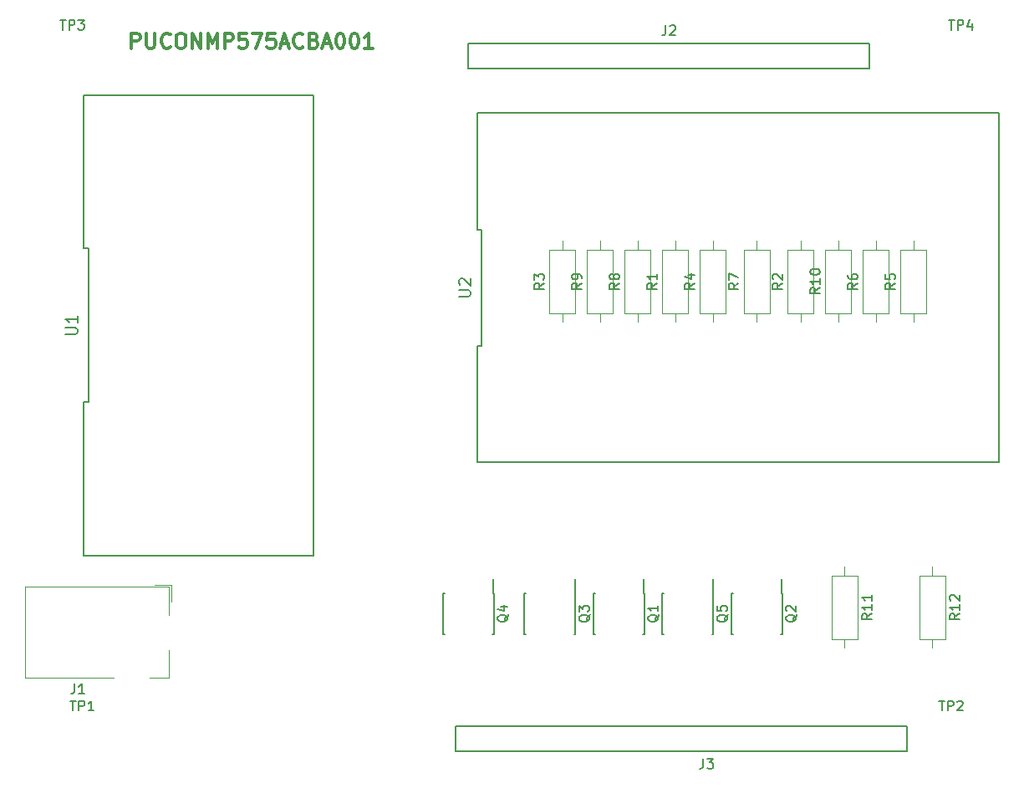
<source format=gto>
G04 #@! TF.FileFunction,Legend,Top*
%FSLAX46Y46*%
G04 Gerber Fmt 4.6, Leading zero omitted, Abs format (unit mm)*
G04 Created by KiCad (PCBNEW 4.0.7) date 04/07/18 01:33:42*
%MOMM*%
%LPD*%
G01*
G04 APERTURE LIST*
%ADD10C,0.100000*%
%ADD11C,0.300000*%
%ADD12C,0.150000*%
%ADD13C,0.120000*%
G04 APERTURE END LIST*
D10*
D11*
X50971430Y-33503571D02*
X50971430Y-32003571D01*
X51542858Y-32003571D01*
X51685716Y-32075000D01*
X51757144Y-32146429D01*
X51828573Y-32289286D01*
X51828573Y-32503571D01*
X51757144Y-32646429D01*
X51685716Y-32717857D01*
X51542858Y-32789286D01*
X50971430Y-32789286D01*
X52471430Y-32003571D02*
X52471430Y-33217857D01*
X52542858Y-33360714D01*
X52614287Y-33432143D01*
X52757144Y-33503571D01*
X53042858Y-33503571D01*
X53185716Y-33432143D01*
X53257144Y-33360714D01*
X53328573Y-33217857D01*
X53328573Y-32003571D01*
X54900002Y-33360714D02*
X54828573Y-33432143D01*
X54614287Y-33503571D01*
X54471430Y-33503571D01*
X54257145Y-33432143D01*
X54114287Y-33289286D01*
X54042859Y-33146429D01*
X53971430Y-32860714D01*
X53971430Y-32646429D01*
X54042859Y-32360714D01*
X54114287Y-32217857D01*
X54257145Y-32075000D01*
X54471430Y-32003571D01*
X54614287Y-32003571D01*
X54828573Y-32075000D01*
X54900002Y-32146429D01*
X55828573Y-32003571D02*
X56114287Y-32003571D01*
X56257145Y-32075000D01*
X56400002Y-32217857D01*
X56471430Y-32503571D01*
X56471430Y-33003571D01*
X56400002Y-33289286D01*
X56257145Y-33432143D01*
X56114287Y-33503571D01*
X55828573Y-33503571D01*
X55685716Y-33432143D01*
X55542859Y-33289286D01*
X55471430Y-33003571D01*
X55471430Y-32503571D01*
X55542859Y-32217857D01*
X55685716Y-32075000D01*
X55828573Y-32003571D01*
X57114288Y-33503571D02*
X57114288Y-32003571D01*
X57971431Y-33503571D01*
X57971431Y-32003571D01*
X58685717Y-33503571D02*
X58685717Y-32003571D01*
X59185717Y-33075000D01*
X59685717Y-32003571D01*
X59685717Y-33503571D01*
X60400003Y-33503571D02*
X60400003Y-32003571D01*
X60971431Y-32003571D01*
X61114289Y-32075000D01*
X61185717Y-32146429D01*
X61257146Y-32289286D01*
X61257146Y-32503571D01*
X61185717Y-32646429D01*
X61114289Y-32717857D01*
X60971431Y-32789286D01*
X60400003Y-32789286D01*
X62614289Y-32003571D02*
X61900003Y-32003571D01*
X61828574Y-32717857D01*
X61900003Y-32646429D01*
X62042860Y-32575000D01*
X62400003Y-32575000D01*
X62542860Y-32646429D01*
X62614289Y-32717857D01*
X62685717Y-32860714D01*
X62685717Y-33217857D01*
X62614289Y-33360714D01*
X62542860Y-33432143D01*
X62400003Y-33503571D01*
X62042860Y-33503571D01*
X61900003Y-33432143D01*
X61828574Y-33360714D01*
X63185717Y-32003571D02*
X64185717Y-32003571D01*
X63542860Y-33503571D01*
X65471431Y-32003571D02*
X64757145Y-32003571D01*
X64685716Y-32717857D01*
X64757145Y-32646429D01*
X64900002Y-32575000D01*
X65257145Y-32575000D01*
X65400002Y-32646429D01*
X65471431Y-32717857D01*
X65542859Y-32860714D01*
X65542859Y-33217857D01*
X65471431Y-33360714D01*
X65400002Y-33432143D01*
X65257145Y-33503571D01*
X64900002Y-33503571D01*
X64757145Y-33432143D01*
X64685716Y-33360714D01*
X66114287Y-33075000D02*
X66828573Y-33075000D01*
X65971430Y-33503571D02*
X66471430Y-32003571D01*
X66971430Y-33503571D01*
X68328573Y-33360714D02*
X68257144Y-33432143D01*
X68042858Y-33503571D01*
X67900001Y-33503571D01*
X67685716Y-33432143D01*
X67542858Y-33289286D01*
X67471430Y-33146429D01*
X67400001Y-32860714D01*
X67400001Y-32646429D01*
X67471430Y-32360714D01*
X67542858Y-32217857D01*
X67685716Y-32075000D01*
X67900001Y-32003571D01*
X68042858Y-32003571D01*
X68257144Y-32075000D01*
X68328573Y-32146429D01*
X69471430Y-32717857D02*
X69685716Y-32789286D01*
X69757144Y-32860714D01*
X69828573Y-33003571D01*
X69828573Y-33217857D01*
X69757144Y-33360714D01*
X69685716Y-33432143D01*
X69542858Y-33503571D01*
X68971430Y-33503571D01*
X68971430Y-32003571D01*
X69471430Y-32003571D01*
X69614287Y-32075000D01*
X69685716Y-32146429D01*
X69757144Y-32289286D01*
X69757144Y-32432143D01*
X69685716Y-32575000D01*
X69614287Y-32646429D01*
X69471430Y-32717857D01*
X68971430Y-32717857D01*
X70400001Y-33075000D02*
X71114287Y-33075000D01*
X70257144Y-33503571D02*
X70757144Y-32003571D01*
X71257144Y-33503571D01*
X72042858Y-32003571D02*
X72185715Y-32003571D01*
X72328572Y-32075000D01*
X72400001Y-32146429D01*
X72471430Y-32289286D01*
X72542858Y-32575000D01*
X72542858Y-32932143D01*
X72471430Y-33217857D01*
X72400001Y-33360714D01*
X72328572Y-33432143D01*
X72185715Y-33503571D01*
X72042858Y-33503571D01*
X71900001Y-33432143D01*
X71828572Y-33360714D01*
X71757144Y-33217857D01*
X71685715Y-32932143D01*
X71685715Y-32575000D01*
X71757144Y-32289286D01*
X71828572Y-32146429D01*
X71900001Y-32075000D01*
X72042858Y-32003571D01*
X73471429Y-32003571D02*
X73614286Y-32003571D01*
X73757143Y-32075000D01*
X73828572Y-32146429D01*
X73900001Y-32289286D01*
X73971429Y-32575000D01*
X73971429Y-32932143D01*
X73900001Y-33217857D01*
X73828572Y-33360714D01*
X73757143Y-33432143D01*
X73614286Y-33503571D01*
X73471429Y-33503571D01*
X73328572Y-33432143D01*
X73257143Y-33360714D01*
X73185715Y-33217857D01*
X73114286Y-32932143D01*
X73114286Y-32575000D01*
X73185715Y-32289286D01*
X73257143Y-32146429D01*
X73328572Y-32075000D01*
X73471429Y-32003571D01*
X75400000Y-33503571D02*
X74542857Y-33503571D01*
X74971429Y-33503571D02*
X74971429Y-32003571D01*
X74828572Y-32217857D01*
X74685714Y-32360714D01*
X74542857Y-32432143D01*
D12*
X46145000Y-84915000D02*
X69424999Y-84915000D01*
X69424999Y-84915000D02*
X69425000Y-38275000D01*
X69425000Y-38275000D02*
X46145001Y-38275000D01*
X46145001Y-38275000D02*
X46145000Y-53821667D01*
X46145000Y-53821667D02*
X46595000Y-53821667D01*
X46595000Y-53821667D02*
X46595000Y-69368333D01*
X46595000Y-69368333D02*
X46145000Y-69368333D01*
X46145000Y-69368333D02*
X46145000Y-84915000D01*
D13*
X49175000Y-97310000D02*
X40175000Y-97310000D01*
X40175000Y-97310000D02*
X40175000Y-88110000D01*
X40175000Y-88110000D02*
X54775000Y-88110000D01*
X54775000Y-88110000D02*
X54775000Y-90910000D01*
X54775000Y-94510000D02*
X54775000Y-97310000D01*
X54775000Y-97310000D02*
X52775000Y-97310000D01*
X53275000Y-87870000D02*
X55015000Y-87870000D01*
X55015000Y-87870000D02*
X55015000Y-89610000D01*
D12*
X85090000Y-33020000D02*
X85090000Y-35560000D01*
X85090000Y-35560000D02*
X125730000Y-35560000D01*
X125730000Y-35560000D02*
X125730000Y-33020000D01*
X125730000Y-33020000D02*
X85090000Y-33020000D01*
X88900000Y-104775000D02*
X83820000Y-104775000D01*
X83820000Y-104775000D02*
X83820000Y-102235000D01*
X83820000Y-102235000D02*
X88900000Y-102235000D01*
X129540000Y-104775000D02*
X129540000Y-102235000D01*
X129540000Y-102235000D02*
X88900000Y-102235000D01*
X88900000Y-104775000D02*
X129540000Y-104775000D01*
X102905000Y-88730000D02*
X102855000Y-88730000D01*
X102905000Y-92880000D02*
X102760000Y-92880000D01*
X97755000Y-92880000D02*
X97900000Y-92880000D01*
X97755000Y-88730000D02*
X97900000Y-88730000D01*
X102905000Y-88730000D02*
X102905000Y-92880000D01*
X97755000Y-88730000D02*
X97755000Y-92880000D01*
X102855000Y-88730000D02*
X102855000Y-87330000D01*
X116875000Y-88730000D02*
X116825000Y-88730000D01*
X116875000Y-92880000D02*
X116730000Y-92880000D01*
X111725000Y-92880000D02*
X111870000Y-92880000D01*
X111725000Y-88730000D02*
X111870000Y-88730000D01*
X116875000Y-88730000D02*
X116875000Y-92880000D01*
X111725000Y-88730000D02*
X111725000Y-92880000D01*
X116825000Y-88730000D02*
X116825000Y-87330000D01*
X95920000Y-88730000D02*
X95870000Y-88730000D01*
X95920000Y-92880000D02*
X95775000Y-92880000D01*
X90770000Y-92880000D02*
X90915000Y-92880000D01*
X90770000Y-88730000D02*
X90915000Y-88730000D01*
X95920000Y-88730000D02*
X95920000Y-92880000D01*
X90770000Y-88730000D02*
X90770000Y-92880000D01*
X95870000Y-88730000D02*
X95870000Y-87330000D01*
X87665000Y-88730000D02*
X87615000Y-88730000D01*
X87665000Y-92880000D02*
X87520000Y-92880000D01*
X82515000Y-92880000D02*
X82660000Y-92880000D01*
X82515000Y-88730000D02*
X82660000Y-88730000D01*
X87665000Y-88730000D02*
X87665000Y-92880000D01*
X82515000Y-88730000D02*
X82515000Y-92880000D01*
X87615000Y-88730000D02*
X87615000Y-87330000D01*
X109890000Y-88730000D02*
X109840000Y-88730000D01*
X109890000Y-92880000D02*
X109745000Y-92880000D01*
X104740000Y-92880000D02*
X104885000Y-92880000D01*
X104740000Y-88730000D02*
X104885000Y-88730000D01*
X109890000Y-88730000D02*
X109890000Y-92880000D01*
X104740000Y-88730000D02*
X104740000Y-92880000D01*
X109840000Y-88730000D02*
X109840000Y-87330000D01*
D13*
X104735000Y-60360000D02*
X107355000Y-60360000D01*
X107355000Y-60360000D02*
X107355000Y-53940000D01*
X107355000Y-53940000D02*
X104735000Y-53940000D01*
X104735000Y-53940000D02*
X104735000Y-60360000D01*
X106045000Y-61250000D02*
X106045000Y-60360000D01*
X106045000Y-53050000D02*
X106045000Y-53940000D01*
X117435000Y-60360000D02*
X120055000Y-60360000D01*
X120055000Y-60360000D02*
X120055000Y-53940000D01*
X120055000Y-53940000D02*
X117435000Y-53940000D01*
X117435000Y-53940000D02*
X117435000Y-60360000D01*
X118745000Y-61250000D02*
X118745000Y-60360000D01*
X118745000Y-53050000D02*
X118745000Y-53940000D01*
X93305000Y-60360000D02*
X95925000Y-60360000D01*
X95925000Y-60360000D02*
X95925000Y-53940000D01*
X95925000Y-53940000D02*
X93305000Y-53940000D01*
X93305000Y-53940000D02*
X93305000Y-60360000D01*
X94615000Y-61250000D02*
X94615000Y-60360000D01*
X94615000Y-53050000D02*
X94615000Y-53940000D01*
X108545000Y-60360000D02*
X111165000Y-60360000D01*
X111165000Y-60360000D02*
X111165000Y-53940000D01*
X111165000Y-53940000D02*
X108545000Y-53940000D01*
X108545000Y-53940000D02*
X108545000Y-60360000D01*
X109855000Y-61250000D02*
X109855000Y-60360000D01*
X109855000Y-53050000D02*
X109855000Y-53940000D01*
X128865000Y-60360000D02*
X131485000Y-60360000D01*
X131485000Y-60360000D02*
X131485000Y-53940000D01*
X131485000Y-53940000D02*
X128865000Y-53940000D01*
X128865000Y-53940000D02*
X128865000Y-60360000D01*
X130175000Y-61250000D02*
X130175000Y-60360000D01*
X130175000Y-53050000D02*
X130175000Y-53940000D01*
X125055000Y-60360000D02*
X127675000Y-60360000D01*
X127675000Y-60360000D02*
X127675000Y-53940000D01*
X127675000Y-53940000D02*
X125055000Y-53940000D01*
X125055000Y-53940000D02*
X125055000Y-60360000D01*
X126365000Y-61250000D02*
X126365000Y-60360000D01*
X126365000Y-53050000D02*
X126365000Y-53940000D01*
X112990000Y-60360000D02*
X115610000Y-60360000D01*
X115610000Y-60360000D02*
X115610000Y-53940000D01*
X115610000Y-53940000D02*
X112990000Y-53940000D01*
X112990000Y-53940000D02*
X112990000Y-60360000D01*
X114300000Y-61250000D02*
X114300000Y-60360000D01*
X114300000Y-53050000D02*
X114300000Y-53940000D01*
X100925000Y-60360000D02*
X103545000Y-60360000D01*
X103545000Y-60360000D02*
X103545000Y-53940000D01*
X103545000Y-53940000D02*
X100925000Y-53940000D01*
X100925000Y-53940000D02*
X100925000Y-60360000D01*
X102235000Y-61250000D02*
X102235000Y-60360000D01*
X102235000Y-53050000D02*
X102235000Y-53940000D01*
X97115000Y-60360000D02*
X99735000Y-60360000D01*
X99735000Y-60360000D02*
X99735000Y-53940000D01*
X99735000Y-53940000D02*
X97115000Y-53940000D01*
X97115000Y-53940000D02*
X97115000Y-60360000D01*
X98425000Y-61250000D02*
X98425000Y-60360000D01*
X98425000Y-53050000D02*
X98425000Y-53940000D01*
X121245000Y-60360000D02*
X123865000Y-60360000D01*
X123865000Y-60360000D02*
X123865000Y-53940000D01*
X123865000Y-53940000D02*
X121245000Y-53940000D01*
X121245000Y-53940000D02*
X121245000Y-60360000D01*
X122555000Y-61250000D02*
X122555000Y-60360000D01*
X122555000Y-53050000D02*
X122555000Y-53940000D01*
X124500000Y-86960000D02*
X121880000Y-86960000D01*
X121880000Y-86960000D02*
X121880000Y-93380000D01*
X121880000Y-93380000D02*
X124500000Y-93380000D01*
X124500000Y-93380000D02*
X124500000Y-86960000D01*
X123190000Y-86070000D02*
X123190000Y-86960000D01*
X123190000Y-94270000D02*
X123190000Y-93380000D01*
X133390000Y-86960000D02*
X130770000Y-86960000D01*
X130770000Y-86960000D02*
X130770000Y-93380000D01*
X130770000Y-93380000D02*
X133390000Y-93380000D01*
X133390000Y-93380000D02*
X133390000Y-86960000D01*
X132080000Y-86070000D02*
X132080000Y-86960000D01*
X132080000Y-94270000D02*
X132080000Y-93380000D01*
D12*
X85980000Y-75485000D02*
X138810000Y-75485000D01*
X138810000Y-75485000D02*
X138810000Y-40085000D01*
X138810000Y-40085000D02*
X85980000Y-40085000D01*
X85980000Y-40085000D02*
X85980000Y-51885000D01*
X85980000Y-51885000D02*
X86430000Y-51885000D01*
X86430000Y-51885000D02*
X86430000Y-63684999D01*
X86430000Y-63684999D02*
X85980000Y-63684999D01*
X85980000Y-63684999D02*
X85980000Y-75485000D01*
X44287857Y-62509286D02*
X45259286Y-62509286D01*
X45373571Y-62452143D01*
X45430714Y-62395000D01*
X45487857Y-62280714D01*
X45487857Y-62052143D01*
X45430714Y-61937857D01*
X45373571Y-61880714D01*
X45259286Y-61823571D01*
X44287857Y-61823571D01*
X45487857Y-60623571D02*
X45487857Y-61309286D01*
X45487857Y-60966428D02*
X44287857Y-60966428D01*
X44459286Y-61080714D01*
X44573571Y-61195000D01*
X44630714Y-61309286D01*
X45191667Y-97912381D02*
X45191667Y-98626667D01*
X45144047Y-98769524D01*
X45048809Y-98864762D01*
X44905952Y-98912381D01*
X44810714Y-98912381D01*
X46191667Y-98912381D02*
X45620238Y-98912381D01*
X45905952Y-98912381D02*
X45905952Y-97912381D01*
X45810714Y-98055238D01*
X45715476Y-98150476D01*
X45620238Y-98198095D01*
X105076667Y-31202381D02*
X105076667Y-31916667D01*
X105029047Y-32059524D01*
X104933809Y-32154762D01*
X104790952Y-32202381D01*
X104695714Y-32202381D01*
X105505238Y-31297619D02*
X105552857Y-31250000D01*
X105648095Y-31202381D01*
X105886191Y-31202381D01*
X105981429Y-31250000D01*
X106029048Y-31297619D01*
X106076667Y-31392857D01*
X106076667Y-31488095D01*
X106029048Y-31630952D01*
X105457619Y-32202381D01*
X106076667Y-32202381D01*
X108886667Y-105497381D02*
X108886667Y-106211667D01*
X108839047Y-106354524D01*
X108743809Y-106449762D01*
X108600952Y-106497381D01*
X108505714Y-106497381D01*
X109267619Y-105497381D02*
X109886667Y-105497381D01*
X109553333Y-105878333D01*
X109696191Y-105878333D01*
X109791429Y-105925952D01*
X109839048Y-105973571D01*
X109886667Y-106068810D01*
X109886667Y-106306905D01*
X109839048Y-106402143D01*
X109791429Y-106449762D01*
X109696191Y-106497381D01*
X109410476Y-106497381D01*
X109315238Y-106449762D01*
X109267619Y-106402143D01*
X104377619Y-90900238D02*
X104330000Y-90995476D01*
X104234762Y-91090714D01*
X104091905Y-91233571D01*
X104044286Y-91328810D01*
X104044286Y-91424048D01*
X104282381Y-91376429D02*
X104234762Y-91471667D01*
X104139524Y-91566905D01*
X103949048Y-91614524D01*
X103615714Y-91614524D01*
X103425238Y-91566905D01*
X103330000Y-91471667D01*
X103282381Y-91376429D01*
X103282381Y-91185952D01*
X103330000Y-91090714D01*
X103425238Y-90995476D01*
X103615714Y-90947857D01*
X103949048Y-90947857D01*
X104139524Y-90995476D01*
X104234762Y-91090714D01*
X104282381Y-91185952D01*
X104282381Y-91376429D01*
X104282381Y-89995476D02*
X104282381Y-90566905D01*
X104282381Y-90281191D02*
X103282381Y-90281191D01*
X103425238Y-90376429D01*
X103520476Y-90471667D01*
X103568095Y-90566905D01*
X118347619Y-90900238D02*
X118300000Y-90995476D01*
X118204762Y-91090714D01*
X118061905Y-91233571D01*
X118014286Y-91328810D01*
X118014286Y-91424048D01*
X118252381Y-91376429D02*
X118204762Y-91471667D01*
X118109524Y-91566905D01*
X117919048Y-91614524D01*
X117585714Y-91614524D01*
X117395238Y-91566905D01*
X117300000Y-91471667D01*
X117252381Y-91376429D01*
X117252381Y-91185952D01*
X117300000Y-91090714D01*
X117395238Y-90995476D01*
X117585714Y-90947857D01*
X117919048Y-90947857D01*
X118109524Y-90995476D01*
X118204762Y-91090714D01*
X118252381Y-91185952D01*
X118252381Y-91376429D01*
X117347619Y-90566905D02*
X117300000Y-90519286D01*
X117252381Y-90424048D01*
X117252381Y-90185952D01*
X117300000Y-90090714D01*
X117347619Y-90043095D01*
X117442857Y-89995476D01*
X117538095Y-89995476D01*
X117680952Y-90043095D01*
X118252381Y-90614524D01*
X118252381Y-89995476D01*
X97392619Y-90900238D02*
X97345000Y-90995476D01*
X97249762Y-91090714D01*
X97106905Y-91233571D01*
X97059286Y-91328810D01*
X97059286Y-91424048D01*
X97297381Y-91376429D02*
X97249762Y-91471667D01*
X97154524Y-91566905D01*
X96964048Y-91614524D01*
X96630714Y-91614524D01*
X96440238Y-91566905D01*
X96345000Y-91471667D01*
X96297381Y-91376429D01*
X96297381Y-91185952D01*
X96345000Y-91090714D01*
X96440238Y-90995476D01*
X96630714Y-90947857D01*
X96964048Y-90947857D01*
X97154524Y-90995476D01*
X97249762Y-91090714D01*
X97297381Y-91185952D01*
X97297381Y-91376429D01*
X96297381Y-90614524D02*
X96297381Y-89995476D01*
X96678333Y-90328810D01*
X96678333Y-90185952D01*
X96725952Y-90090714D01*
X96773571Y-90043095D01*
X96868810Y-89995476D01*
X97106905Y-89995476D01*
X97202143Y-90043095D01*
X97249762Y-90090714D01*
X97297381Y-90185952D01*
X97297381Y-90471667D01*
X97249762Y-90566905D01*
X97202143Y-90614524D01*
X89137619Y-90900238D02*
X89090000Y-90995476D01*
X88994762Y-91090714D01*
X88851905Y-91233571D01*
X88804286Y-91328810D01*
X88804286Y-91424048D01*
X89042381Y-91376429D02*
X88994762Y-91471667D01*
X88899524Y-91566905D01*
X88709048Y-91614524D01*
X88375714Y-91614524D01*
X88185238Y-91566905D01*
X88090000Y-91471667D01*
X88042381Y-91376429D01*
X88042381Y-91185952D01*
X88090000Y-91090714D01*
X88185238Y-90995476D01*
X88375714Y-90947857D01*
X88709048Y-90947857D01*
X88899524Y-90995476D01*
X88994762Y-91090714D01*
X89042381Y-91185952D01*
X89042381Y-91376429D01*
X88375714Y-90090714D02*
X89042381Y-90090714D01*
X87994762Y-90328810D02*
X88709048Y-90566905D01*
X88709048Y-89947857D01*
X111362619Y-90900238D02*
X111315000Y-90995476D01*
X111219762Y-91090714D01*
X111076905Y-91233571D01*
X111029286Y-91328810D01*
X111029286Y-91424048D01*
X111267381Y-91376429D02*
X111219762Y-91471667D01*
X111124524Y-91566905D01*
X110934048Y-91614524D01*
X110600714Y-91614524D01*
X110410238Y-91566905D01*
X110315000Y-91471667D01*
X110267381Y-91376429D01*
X110267381Y-91185952D01*
X110315000Y-91090714D01*
X110410238Y-90995476D01*
X110600714Y-90947857D01*
X110934048Y-90947857D01*
X111124524Y-90995476D01*
X111219762Y-91090714D01*
X111267381Y-91185952D01*
X111267381Y-91376429D01*
X110267381Y-90043095D02*
X110267381Y-90519286D01*
X110743571Y-90566905D01*
X110695952Y-90519286D01*
X110648333Y-90424048D01*
X110648333Y-90185952D01*
X110695952Y-90090714D01*
X110743571Y-90043095D01*
X110838810Y-89995476D01*
X111076905Y-89995476D01*
X111172143Y-90043095D01*
X111219762Y-90090714D01*
X111267381Y-90185952D01*
X111267381Y-90424048D01*
X111219762Y-90519286D01*
X111172143Y-90566905D01*
X104187381Y-57316666D02*
X103711190Y-57650000D01*
X104187381Y-57888095D02*
X103187381Y-57888095D01*
X103187381Y-57507142D01*
X103235000Y-57411904D01*
X103282619Y-57364285D01*
X103377857Y-57316666D01*
X103520714Y-57316666D01*
X103615952Y-57364285D01*
X103663571Y-57411904D01*
X103711190Y-57507142D01*
X103711190Y-57888095D01*
X104187381Y-56364285D02*
X104187381Y-56935714D01*
X104187381Y-56650000D02*
X103187381Y-56650000D01*
X103330238Y-56745238D01*
X103425476Y-56840476D01*
X103473095Y-56935714D01*
X116887381Y-57316666D02*
X116411190Y-57650000D01*
X116887381Y-57888095D02*
X115887381Y-57888095D01*
X115887381Y-57507142D01*
X115935000Y-57411904D01*
X115982619Y-57364285D01*
X116077857Y-57316666D01*
X116220714Y-57316666D01*
X116315952Y-57364285D01*
X116363571Y-57411904D01*
X116411190Y-57507142D01*
X116411190Y-57888095D01*
X115982619Y-56935714D02*
X115935000Y-56888095D01*
X115887381Y-56792857D01*
X115887381Y-56554761D01*
X115935000Y-56459523D01*
X115982619Y-56411904D01*
X116077857Y-56364285D01*
X116173095Y-56364285D01*
X116315952Y-56411904D01*
X116887381Y-56983333D01*
X116887381Y-56364285D01*
X92757381Y-57316666D02*
X92281190Y-57650000D01*
X92757381Y-57888095D02*
X91757381Y-57888095D01*
X91757381Y-57507142D01*
X91805000Y-57411904D01*
X91852619Y-57364285D01*
X91947857Y-57316666D01*
X92090714Y-57316666D01*
X92185952Y-57364285D01*
X92233571Y-57411904D01*
X92281190Y-57507142D01*
X92281190Y-57888095D01*
X91757381Y-56983333D02*
X91757381Y-56364285D01*
X92138333Y-56697619D01*
X92138333Y-56554761D01*
X92185952Y-56459523D01*
X92233571Y-56411904D01*
X92328810Y-56364285D01*
X92566905Y-56364285D01*
X92662143Y-56411904D01*
X92709762Y-56459523D01*
X92757381Y-56554761D01*
X92757381Y-56840476D01*
X92709762Y-56935714D01*
X92662143Y-56983333D01*
X107997381Y-57316666D02*
X107521190Y-57650000D01*
X107997381Y-57888095D02*
X106997381Y-57888095D01*
X106997381Y-57507142D01*
X107045000Y-57411904D01*
X107092619Y-57364285D01*
X107187857Y-57316666D01*
X107330714Y-57316666D01*
X107425952Y-57364285D01*
X107473571Y-57411904D01*
X107521190Y-57507142D01*
X107521190Y-57888095D01*
X107330714Y-56459523D02*
X107997381Y-56459523D01*
X106949762Y-56697619D02*
X107664048Y-56935714D01*
X107664048Y-56316666D01*
X128317381Y-57316666D02*
X127841190Y-57650000D01*
X128317381Y-57888095D02*
X127317381Y-57888095D01*
X127317381Y-57507142D01*
X127365000Y-57411904D01*
X127412619Y-57364285D01*
X127507857Y-57316666D01*
X127650714Y-57316666D01*
X127745952Y-57364285D01*
X127793571Y-57411904D01*
X127841190Y-57507142D01*
X127841190Y-57888095D01*
X127317381Y-56411904D02*
X127317381Y-56888095D01*
X127793571Y-56935714D01*
X127745952Y-56888095D01*
X127698333Y-56792857D01*
X127698333Y-56554761D01*
X127745952Y-56459523D01*
X127793571Y-56411904D01*
X127888810Y-56364285D01*
X128126905Y-56364285D01*
X128222143Y-56411904D01*
X128269762Y-56459523D01*
X128317381Y-56554761D01*
X128317381Y-56792857D01*
X128269762Y-56888095D01*
X128222143Y-56935714D01*
X124507381Y-57316666D02*
X124031190Y-57650000D01*
X124507381Y-57888095D02*
X123507381Y-57888095D01*
X123507381Y-57507142D01*
X123555000Y-57411904D01*
X123602619Y-57364285D01*
X123697857Y-57316666D01*
X123840714Y-57316666D01*
X123935952Y-57364285D01*
X123983571Y-57411904D01*
X124031190Y-57507142D01*
X124031190Y-57888095D01*
X123507381Y-56459523D02*
X123507381Y-56650000D01*
X123555000Y-56745238D01*
X123602619Y-56792857D01*
X123745476Y-56888095D01*
X123935952Y-56935714D01*
X124316905Y-56935714D01*
X124412143Y-56888095D01*
X124459762Y-56840476D01*
X124507381Y-56745238D01*
X124507381Y-56554761D01*
X124459762Y-56459523D01*
X124412143Y-56411904D01*
X124316905Y-56364285D01*
X124078810Y-56364285D01*
X123983571Y-56411904D01*
X123935952Y-56459523D01*
X123888333Y-56554761D01*
X123888333Y-56745238D01*
X123935952Y-56840476D01*
X123983571Y-56888095D01*
X124078810Y-56935714D01*
X112442381Y-57316666D02*
X111966190Y-57650000D01*
X112442381Y-57888095D02*
X111442381Y-57888095D01*
X111442381Y-57507142D01*
X111490000Y-57411904D01*
X111537619Y-57364285D01*
X111632857Y-57316666D01*
X111775714Y-57316666D01*
X111870952Y-57364285D01*
X111918571Y-57411904D01*
X111966190Y-57507142D01*
X111966190Y-57888095D01*
X111442381Y-56983333D02*
X111442381Y-56316666D01*
X112442381Y-56745238D01*
X100377381Y-57316666D02*
X99901190Y-57650000D01*
X100377381Y-57888095D02*
X99377381Y-57888095D01*
X99377381Y-57507142D01*
X99425000Y-57411904D01*
X99472619Y-57364285D01*
X99567857Y-57316666D01*
X99710714Y-57316666D01*
X99805952Y-57364285D01*
X99853571Y-57411904D01*
X99901190Y-57507142D01*
X99901190Y-57888095D01*
X99805952Y-56745238D02*
X99758333Y-56840476D01*
X99710714Y-56888095D01*
X99615476Y-56935714D01*
X99567857Y-56935714D01*
X99472619Y-56888095D01*
X99425000Y-56840476D01*
X99377381Y-56745238D01*
X99377381Y-56554761D01*
X99425000Y-56459523D01*
X99472619Y-56411904D01*
X99567857Y-56364285D01*
X99615476Y-56364285D01*
X99710714Y-56411904D01*
X99758333Y-56459523D01*
X99805952Y-56554761D01*
X99805952Y-56745238D01*
X99853571Y-56840476D01*
X99901190Y-56888095D01*
X99996429Y-56935714D01*
X100186905Y-56935714D01*
X100282143Y-56888095D01*
X100329762Y-56840476D01*
X100377381Y-56745238D01*
X100377381Y-56554761D01*
X100329762Y-56459523D01*
X100282143Y-56411904D01*
X100186905Y-56364285D01*
X99996429Y-56364285D01*
X99901190Y-56411904D01*
X99853571Y-56459523D01*
X99805952Y-56554761D01*
X96567381Y-57316666D02*
X96091190Y-57650000D01*
X96567381Y-57888095D02*
X95567381Y-57888095D01*
X95567381Y-57507142D01*
X95615000Y-57411904D01*
X95662619Y-57364285D01*
X95757857Y-57316666D01*
X95900714Y-57316666D01*
X95995952Y-57364285D01*
X96043571Y-57411904D01*
X96091190Y-57507142D01*
X96091190Y-57888095D01*
X96567381Y-56840476D02*
X96567381Y-56650000D01*
X96519762Y-56554761D01*
X96472143Y-56507142D01*
X96329286Y-56411904D01*
X96138810Y-56364285D01*
X95757857Y-56364285D01*
X95662619Y-56411904D01*
X95615000Y-56459523D01*
X95567381Y-56554761D01*
X95567381Y-56745238D01*
X95615000Y-56840476D01*
X95662619Y-56888095D01*
X95757857Y-56935714D01*
X95995952Y-56935714D01*
X96091190Y-56888095D01*
X96138810Y-56840476D01*
X96186429Y-56745238D01*
X96186429Y-56554761D01*
X96138810Y-56459523D01*
X96091190Y-56411904D01*
X95995952Y-56364285D01*
X120697381Y-57792857D02*
X120221190Y-58126191D01*
X120697381Y-58364286D02*
X119697381Y-58364286D01*
X119697381Y-57983333D01*
X119745000Y-57888095D01*
X119792619Y-57840476D01*
X119887857Y-57792857D01*
X120030714Y-57792857D01*
X120125952Y-57840476D01*
X120173571Y-57888095D01*
X120221190Y-57983333D01*
X120221190Y-58364286D01*
X120697381Y-56840476D02*
X120697381Y-57411905D01*
X120697381Y-57126191D02*
X119697381Y-57126191D01*
X119840238Y-57221429D01*
X119935476Y-57316667D01*
X119983095Y-57411905D01*
X119697381Y-56221429D02*
X119697381Y-56126190D01*
X119745000Y-56030952D01*
X119792619Y-55983333D01*
X119887857Y-55935714D01*
X120078333Y-55888095D01*
X120316429Y-55888095D01*
X120506905Y-55935714D01*
X120602143Y-55983333D01*
X120649762Y-56030952D01*
X120697381Y-56126190D01*
X120697381Y-56221429D01*
X120649762Y-56316667D01*
X120602143Y-56364286D01*
X120506905Y-56411905D01*
X120316429Y-56459524D01*
X120078333Y-56459524D01*
X119887857Y-56411905D01*
X119792619Y-56364286D01*
X119745000Y-56316667D01*
X119697381Y-56221429D01*
X125952381Y-90812857D02*
X125476190Y-91146191D01*
X125952381Y-91384286D02*
X124952381Y-91384286D01*
X124952381Y-91003333D01*
X125000000Y-90908095D01*
X125047619Y-90860476D01*
X125142857Y-90812857D01*
X125285714Y-90812857D01*
X125380952Y-90860476D01*
X125428571Y-90908095D01*
X125476190Y-91003333D01*
X125476190Y-91384286D01*
X125952381Y-89860476D02*
X125952381Y-90431905D01*
X125952381Y-90146191D02*
X124952381Y-90146191D01*
X125095238Y-90241429D01*
X125190476Y-90336667D01*
X125238095Y-90431905D01*
X125952381Y-88908095D02*
X125952381Y-89479524D01*
X125952381Y-89193810D02*
X124952381Y-89193810D01*
X125095238Y-89289048D01*
X125190476Y-89384286D01*
X125238095Y-89479524D01*
X134842381Y-90812857D02*
X134366190Y-91146191D01*
X134842381Y-91384286D02*
X133842381Y-91384286D01*
X133842381Y-91003333D01*
X133890000Y-90908095D01*
X133937619Y-90860476D01*
X134032857Y-90812857D01*
X134175714Y-90812857D01*
X134270952Y-90860476D01*
X134318571Y-90908095D01*
X134366190Y-91003333D01*
X134366190Y-91384286D01*
X134842381Y-89860476D02*
X134842381Y-90431905D01*
X134842381Y-90146191D02*
X133842381Y-90146191D01*
X133985238Y-90241429D01*
X134080476Y-90336667D01*
X134128095Y-90431905D01*
X133937619Y-89479524D02*
X133890000Y-89431905D01*
X133842381Y-89336667D01*
X133842381Y-89098571D01*
X133890000Y-89003333D01*
X133937619Y-88955714D01*
X134032857Y-88908095D01*
X134128095Y-88908095D01*
X134270952Y-88955714D01*
X134842381Y-89527143D01*
X134842381Y-88908095D01*
X84122857Y-58699286D02*
X85094286Y-58699286D01*
X85208571Y-58642143D01*
X85265714Y-58585000D01*
X85322857Y-58470714D01*
X85322857Y-58242143D01*
X85265714Y-58127857D01*
X85208571Y-58070714D01*
X85094286Y-58013571D01*
X84122857Y-58013571D01*
X84237143Y-57499286D02*
X84180000Y-57442143D01*
X84122857Y-57327857D01*
X84122857Y-57042143D01*
X84180000Y-56927857D01*
X84237143Y-56870714D01*
X84351429Y-56813571D01*
X84465714Y-56813571D01*
X84637143Y-56870714D01*
X85322857Y-57556428D01*
X85322857Y-56813571D01*
X44738095Y-99642381D02*
X45309524Y-99642381D01*
X45023809Y-100642381D02*
X45023809Y-99642381D01*
X45642857Y-100642381D02*
X45642857Y-99642381D01*
X46023810Y-99642381D01*
X46119048Y-99690000D01*
X46166667Y-99737619D01*
X46214286Y-99832857D01*
X46214286Y-99975714D01*
X46166667Y-100070952D01*
X46119048Y-100118571D01*
X46023810Y-100166190D01*
X45642857Y-100166190D01*
X47166667Y-100642381D02*
X46595238Y-100642381D01*
X46880952Y-100642381D02*
X46880952Y-99642381D01*
X46785714Y-99785238D01*
X46690476Y-99880476D01*
X46595238Y-99928095D01*
X132738095Y-99642381D02*
X133309524Y-99642381D01*
X133023809Y-100642381D02*
X133023809Y-99642381D01*
X133642857Y-100642381D02*
X133642857Y-99642381D01*
X134023810Y-99642381D01*
X134119048Y-99690000D01*
X134166667Y-99737619D01*
X134214286Y-99832857D01*
X134214286Y-99975714D01*
X134166667Y-100070952D01*
X134119048Y-100118571D01*
X134023810Y-100166190D01*
X133642857Y-100166190D01*
X134595238Y-99737619D02*
X134642857Y-99690000D01*
X134738095Y-99642381D01*
X134976191Y-99642381D01*
X135071429Y-99690000D01*
X135119048Y-99737619D01*
X135166667Y-99832857D01*
X135166667Y-99928095D01*
X135119048Y-100070952D01*
X134547619Y-100642381D01*
X135166667Y-100642381D01*
X43738095Y-30642381D02*
X44309524Y-30642381D01*
X44023809Y-31642381D02*
X44023809Y-30642381D01*
X44642857Y-31642381D02*
X44642857Y-30642381D01*
X45023810Y-30642381D01*
X45119048Y-30690000D01*
X45166667Y-30737619D01*
X45214286Y-30832857D01*
X45214286Y-30975714D01*
X45166667Y-31070952D01*
X45119048Y-31118571D01*
X45023810Y-31166190D01*
X44642857Y-31166190D01*
X45547619Y-30642381D02*
X46166667Y-30642381D01*
X45833333Y-31023333D01*
X45976191Y-31023333D01*
X46071429Y-31070952D01*
X46119048Y-31118571D01*
X46166667Y-31213810D01*
X46166667Y-31451905D01*
X46119048Y-31547143D01*
X46071429Y-31594762D01*
X45976191Y-31642381D01*
X45690476Y-31642381D01*
X45595238Y-31594762D01*
X45547619Y-31547143D01*
X133738095Y-30642381D02*
X134309524Y-30642381D01*
X134023809Y-31642381D02*
X134023809Y-30642381D01*
X134642857Y-31642381D02*
X134642857Y-30642381D01*
X135023810Y-30642381D01*
X135119048Y-30690000D01*
X135166667Y-30737619D01*
X135214286Y-30832857D01*
X135214286Y-30975714D01*
X135166667Y-31070952D01*
X135119048Y-31118571D01*
X135023810Y-31166190D01*
X134642857Y-31166190D01*
X136071429Y-30975714D02*
X136071429Y-31642381D01*
X135833333Y-30594762D02*
X135595238Y-31309048D01*
X136214286Y-31309048D01*
M02*

</source>
